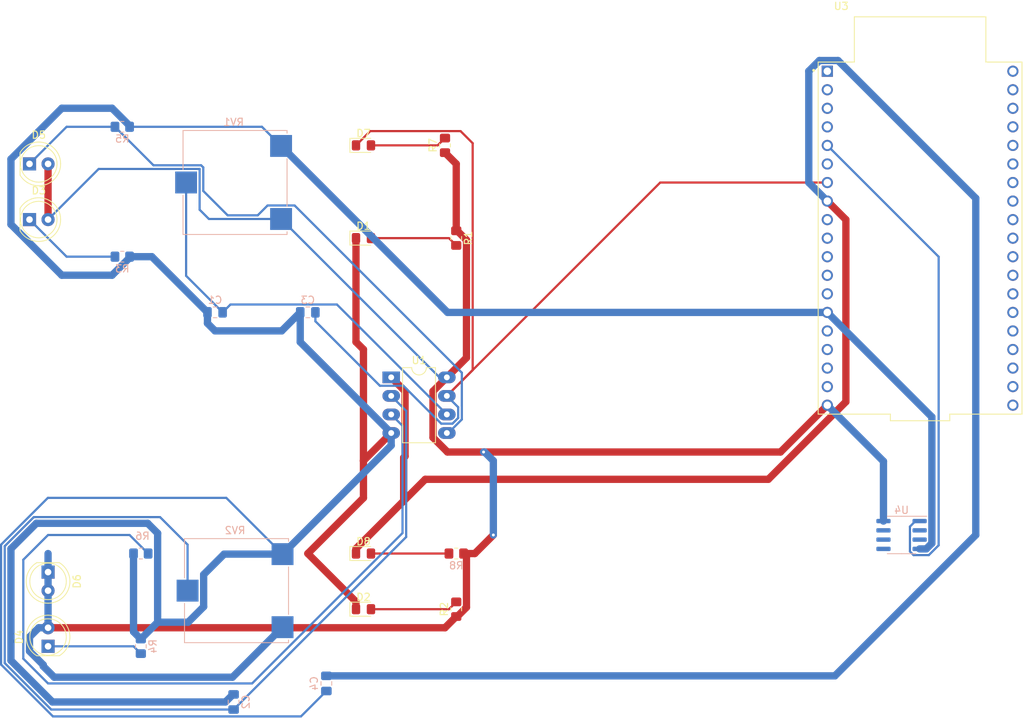
<source format=kicad_pcb>
(kicad_pcb (version 20211014) (generator pcbnew)
  (layers (0 "F.Cu" signal) (31 "B.Cu" signal) (34 "B.Paste" user) (35 "F.Paste" user) (36 "B.SilkS" user "B.Silkscreen") (37 "F.SilkS" user "F.Silkscreen") (38 "B.Mask" user) (39 "F.Mask" user) (44 "Edge.Cuts" user))
  (net 0 "")
  (net 1 "Net-(C1-Pad1)")
  (net 2 "Net-(D4-Pad2)")
  (net 3 "Net-(C2-Pad1)")
  (net 4 "Net-(C3-Pad1)")
  (net 5 "Net-(C4-Pad1)")
  (net 6 "Net-(D1-Pad2)")
  (net 7 "Net-(D2-Pad2)")
  (net 8 "Net-(D3-Pad1)")
  (net 9 "Net-(D4-Pad1)")
  (net 10 "Net-(D5-Pad1)")
  (net 11 "Net-(D6-Pad1)")
  (net 12 "Net-(D7-Pad2)")
  (net 13 "Net-(D8-Pad2)")
  (net 18 "Net-(U3-Pad5)")
  (net 53 "Net-(C1-Pad2)")
  (footprint "LED_THT:LED_D5.0mm" (layer "F.Cu") (at 20.32 111.76 90)
    (fp_text reference "D4" (at 1.27 -3.96 90) (layer "F.SilkS"))
    (fp_text value "IR TX")
    (fp_line (start -1.29 -1.545) (end -1.29 1.545) (layer "F.SilkS") (width 0.12))
    (fp_arc (start 4.26 -0.000462) (mid 2.072002 2.880433) (end -1.29 1.54483) (layer "F.SilkS") (width 0.12))
    (fp_arc (start -1.29 -1.54483) (mid 2.072002 -2.880433) (end 4.26 0.000462) (layer "F.SilkS") (width 0.12))
    (fp_circle (center 1.27 0) (end 3.77 0) (layer "F.SilkS") (width 0.12) (fill none))
    (pad "1" thru_hole rect (at 0 0 90) (size 1.8 1.8) (drill 0.9) (layers *.Cu *.Mask) (net 9 "Net-(D4-Pad1)"))
    (pad "2" thru_hole circle (at 2.54 0 90) (size 1.8 1.8) (drill 0.9) (layers *.Cu *.Mask) (net 2 "Net-(D4-Pad2)"))
  )
  (footprint "LED_SMD:LED_0805_2012Metric_Pad1.15x1.40mm_HandSolder" (layer "F.Cu") (at 63.5 43.18)
    (fp_text reference "D7" (at 0 -1.65) (layer "F.SilkS"))
    (fp_text value "Detection LED")
    (fp_line (start 1 -0.96) (end -1.86 -0.96) (layer "F.SilkS") (width 0.12))
    (fp_line (start -1.86 0.96) (end 1 0.96) (layer "F.SilkS") (width 0.12))
    (fp_line (start -1.86 -0.96) (end -1.86 0.96) (layer "F.SilkS") (width 0.12))
    (pad "1" smd roundrect (at -1.025 0) (size 1.15 1.4) (layers "F.Cu" "F.Paste" "F.Mask") (roundrect_rratio 0.217391) (net 4 "Net-(C3-Pad1)"))
    (pad "2" smd roundrect (at 1.025 0) (size 1.15 1.4) (layers "F.Cu" "F.Paste" "F.Mask") (roundrect_rratio 0.217391) (net 12 "Net-(D7-Pad2)"))
  )
  (footprint "Resistor_SMD:R_0805_2012Metric_Pad1.20x1.40mm_HandSolder" (layer "F.Cu") (at 76.2 55.88 -90)
    (fp_text reference "R1" (at 0 -1.65 90) (layer "F.SilkS"))
    (fp_text value "1k")
    (fp_line (start -0.227064 0.735) (end 0.227064 0.735) (layer "F.SilkS") (width 0.12))
    (fp_line (start -0.227064 -0.735) (end 0.227064 -0.735) (layer "F.SilkS") (width 0.12))
    (pad "1" smd roundrect (at -1 0 270) (size 1.2 1.4) (layers "F.Cu" "F.Paste" "F.Mask") (roundrect_rratio 0.208333) (net 2 "Net-(D4-Pad2)"))
    (pad "2" smd roundrect (at 1 0 270) (size 1.2 1.4) (layers "F.Cu" "F.Paste" "F.Mask") (roundrect_rratio 0.208333) (net 6 "Net-(D1-Pad2)"))
  )
  (footprint "LED_SMD:LED_0805_2012Metric_Pad1.15x1.40mm_HandSolder" (layer "F.Cu") (at 63.5 55.88)
    (fp_text reference "D1" (at 0 -1.65) (layer "F.SilkS"))
    (fp_text value "POWER LED")
    (fp_line (start 1 -0.96) (end -1.86 -0.96) (layer "F.SilkS") (width 0.12))
    (fp_line (start -1.86 0.96) (end 1 0.96) (layer "F.SilkS") (width 0.12))
    (fp_line (start -1.86 -0.96) (end -1.86 0.96) (layer "F.SilkS") (width 0.12))
    (pad "1" smd roundrect (at -1.025 0) (size 1.15 1.4) (layers "F.Cu" "F.Paste" "F.Mask") (roundrect_rratio 0.217391) (net 53 "Net-(C1-Pad2)"))
    (pad "2" smd roundrect (at 1.025 0) (size 1.15 1.4) (layers "F.Cu" "F.Paste" "F.Mask") (roundrect_rratio 0.217391) (net 6 "Net-(D1-Pad2)"))
  )
  (footprint "esp2:MODULE_ESP32-DEVKITC" (layer "F.Cu") (at 139.7 55.88)
    (fp_text reference "U3" (at -10.795 -31.75) (layer "F.SilkS"))
    (fp_text value "ESP32-DEVKITC")
    (fp_line (start 4.06 24.1) (end 13.95 24.1) (layer "F.SilkS") (width 0.127))
    (fp_line (start -9 -30.3) (end 9 -30.3) (layer "F.SilkS") (width 0.127))
    (fp_line (start -9 -24.1) (end -13.95 -24.1) (layer "F.SilkS") (width 0.127))
    (fp_line (start -4.07 24.1) (end -4.07 25) (layer "F.SilkS") (width 0.127))
    (fp_line (start 13.95 24.1) (end 13.95 -24.1) (layer "F.SilkS") (width 0.127))
    (fp_line (start -4.07 25) (end 4.06 25) (layer "F.SilkS") (width 0.127))
    (fp_line (start 13.95 -24.1) (end 9 -24.1) (layer "F.SilkS") (width 0.127))
    (fp_line (start 9 -30.3) (end 9 -24.1) (layer "F.SilkS") (width 0.127))
    (fp_line (start -9 -24.1) (end -9 -30.3) (layer "F.SilkS") (width 0.127))
    (fp_line (start -13.95 24.1) (end -4.07 24.1) (layer "F.SilkS") (width 0.127))
    (fp_line (start -13.95 -24.1) (end -13.95 24.1) (layer "F.SilkS") (width 0.127))
    (fp_line (start 4.06 25) (end 4.06 24.1) (layer "F.SilkS") (width 0.127))
    (fp_circle (center -14.57 -22.97) (end -14.47 -22.97) (layer "F.SilkS") (width 0.2) (fill none))
    (pad "1" thru_hole rect locked (at -12.7 -22.85) (size 1.53 1.53) (drill 1.02) (layers *.Cu *.Mask))
    (pad "2" thru_hole circle locked (at -12.7 -20.31) (size 1.53 1.53) (drill 1.02) (layers *.Cu *.Mask))
    (pad "3" thru_hole circle locked (at -12.7 -17.77) (size 1.53 1.53) (drill 1.02) (layers *.Cu *.Mask))
    (pad "4" thru_hole circle locked (at -12.7 -15.23) (size 1.53 1.53) (drill 1.02) (layers *.Cu *.Mask))
    (pad "5" thru_hole circle locked (at -12.7 -12.69) (size 1.53 1.53) (drill 1.02) (layers *.Cu *.Mask) (net 18 "Net-(U3-Pad5)"))
    (pad "6" thru_hole circle locked (at -12.7 -10.15) (size 1.53 1.53) (drill 1.02) (layers *.Cu *.Mask))
    (pad "7" thru_hole circle locked (at -12.7 -7.61) (size 1.53 1.53) (drill 1.02) (layers *.Cu *.Mask) (net 4 "Net-(C3-Pad1)"))
    (pad "8" thru_hole circle locked (at -12.7 -5.07) (size 1.53 1.53) (drill 1.02) (layers *.Cu *.Mask) (net 5 "Net-(C4-Pad1)"))
    (pad "9" thru_hole circle locked (at -12.7 -2.53) (size 1.53 1.53) (drill 1.02) (layers *.Cu *.Mask))
    (pad "10" thru_hole circle locked (at -12.7 0.01) (size 1.53 1.53) (drill 1.02) (layers *.Cu *.Mask))
    (pad "11" thru_hole circle locked (at -12.7 2.55) (size 1.53 1.53) (drill 1.02) (layers *.Cu *.Mask))
    (pad "12" thru_hole circle locked (at -12.7 5.09) (size 1.53 1.53) (drill 1.02) (layers *.Cu *.Mask))
    (pad "13" thru_hole circle locked (at -12.7 7.63) (size 1.53 1.53) (drill 1.02) (layers *.Cu *.Mask))
    (pad "14" thru_hole circle locked (at -12.7 10.17) (size 1.53 1.53) (drill 1.02) (layers *.Cu *.Mask) (net 53 "Net-(C1-Pad2)"))
    (pad "15" thru_hole circle locked (at -12.7 12.71) (size 1.53 1.53) (drill 1.02) (layers *.Cu *.Mask))
    (pad "16" thru_hole circle locked (at -12.7 15.25) (size 1.53 1.53) (drill 1.02) (layers *.Cu *.Mask))
    (pad "17" thru_hole circle locked (at -12.7 17.79) (size 1.53 1.53) (drill 1.02) (layers *.Cu *.Mask))
    (pad "18" thru_hole circle locked (at -12.7 20.33) (size 1.53 1.53) (drill 1.02) (layers *.Cu *.Mask))
    (pad "19" thru_hole circle locked (at -12.7 22.87) (size 1.53 1.53) (drill 1.02) (layers *.Cu *.Mask) (net 2 "Net-(D4-Pad2)"))
    (pad "20" thru_hole circle locked (at 12.7 22.87) (size 1.53 1.53) (drill 1.02) (layers *.Cu *.Mask))
    (pad "21" thru_hole circle locked (at 12.7 20.33) (size 1.53 1.53) (drill 1.02) (layers *.Cu *.Mask))
    (pad "22" thru_hole circle locked (at 12.7 17.79) (size 1.53 1.53) (drill 1.02) (layers *.Cu *.Mask))
    (pad "23" thru_hole circle locked (at 12.7 15.25) (size 1.53 1.53) (drill 1.02) (layers *.Cu *.Mask))
    (pad "24" thru_hole circle locked (at 12.7 12.71) (size 1.53 1.53) (drill 1.02) (layers *.Cu *.Mask))
    (pad "25" thru_hole circle locked (at 12.7 10.17) (size 1.53 1.53) (drill 1.02) (layers *.Cu *.Mask))
    (pad "26" thru_hole circle locked (at 12.7 7.63) (size 1.53 1.53) (drill 1.02) (layers *.Cu *.Mask))
    (pad "27" thru_hole circle locked (at 12.7 5.09) (size 1.53 1.53) (drill 1.02) (layers *.Cu *.Mask))
    (pad "28" thru_hole circle locked (at 12.7 2.55) (size 1.53 1.53) (drill 1.02) (layers *.Cu *.Mask))
    (pad "29" thru_hole circle locked (at 12.7 0.01) (size 1.53 1.53) (drill 1.02) (layers *.Cu *.Mask))
    (pad "30" thru_hole circle locked (at 12.7 -2.53) (size 1.53 1.53) (drill 1.02) (layers *.Cu *.Mask))
    (pad "31" thru_hole circle locked (at 12.7 -5.07) (size 1.53 1.53) (drill 1.02) (layers *.Cu *.Mask))
    (pad "32" thru_hole circle locked (at 12.7 -7.61) (size 1.53 1.53) (drill 1.02) (layers *.Cu *.Mask))
    (pad "33" thru_hole circle locked (at 12.7 -10.15) (size 1.53 1.53) (drill 1.02) (layers *.Cu *.Mask))
    (pad "34" thru_hole circle locked (at 12.7 -12.69) (size 1.53 1.53) (drill 1.02) (layers *.Cu *.Mask))
    (pad "35" thru_hole circle locked (at 12.7 -15.23) (size 1.53 1.53) (drill 1.02) (layers *.Cu *.Mask))
    (pad "36" thru_hole circle locked (at 12.7 -17.77) (size 1.53 1.53) (drill 1.02) (layers *.Cu *.Mask))
    (pad "37" thru_hole circle locked (at 12.7 -20.31) (size 1.53 1.53) (drill 1.02) (layers *.Cu *.Mask))
    (pad "38" thru_hole circle locked (at 12.7 -22.85) (size 1.53 1.53) (drill 1.02) (layers *.Cu *.Mask))
  )
  (footprint "Resistor_SMD:R_0805_2012Metric_Pad1.20x1.40mm_HandSolder" (layer "F.Cu") (at 76.2 106.68 90)
    (fp_text reference "R2" (at 0 -1.65 90) (layer "F.SilkS"))
    (fp_text value "1k")
    (fp_line (start -0.227064 -0.735) (end 0.227064 -0.735) (layer "F.SilkS") (width 0.12))
    (fp_line (start -0.227064 0.735) (end 0.227064 0.735) (layer "F.SilkS") (width 0.12))
    (pad "1" smd roundrect (at -1 0 90) (size 1.2 1.4) (layers "F.Cu" "F.Paste" "F.Mask") (roundrect_rratio 0.208333) (net 2 "Net-(D4-Pad2)"))
    (pad "2" smd roundrect (at 1 0 90) (size 1.2 1.4) (layers "F.Cu" "F.Paste" "F.Mask") (roundrect_rratio 0.208333) (net 7 "Net-(D2-Pad2)"))
  )
  (footprint "LED_SMD:LED_0805_2012Metric_Pad1.15x1.40mm_HandSolder" (layer "F.Cu") (at 63.5 99.06)
    (fp_text reference "D8" (at 0 -1.65) (layer "F.SilkS"))
    (fp_text value "Detection LED")
    (fp_line (start -1.86 -0.96) (end -1.86 0.96) (layer "F.SilkS") (width 0.12))
    (fp_line (start 1 -0.96) (end -1.86 -0.96) (layer "F.SilkS") (width 0.12))
    (fp_line (start -1.86 0.96) (end 1 0.96) (layer "F.SilkS") (width 0.12))
    (pad "1" smd roundrect (at -1.025 0) (size 1.15 1.4) (layers "F.Cu" "F.Paste" "F.Mask") (roundrect_rratio 0.217391) (net 5 "Net-(C4-Pad1)"))
    (pad "2" smd roundrect (at 1.025 0) (size 1.15 1.4) (layers "F.Cu" "F.Paste" "F.Mask") (roundrect_rratio 0.217391) (net 13 "Net-(D8-Pad2)"))
  )
  (footprint "LED_THT:LED_D5.0mm" (layer "F.Cu") (at 17.78 53.34)
    (fp_text reference "D3" (at 1.27 -3.96) (layer "F.SilkS"))
    (fp_text value "IR TX")
    (fp_line (start -1.29 -1.545) (end -1.29 1.545) (layer "F.SilkS") (width 0.12))
    (fp_arc (start -1.29 -1.54483) (mid 2.072002 -2.880433) (end 4.26 0.000462) (layer "F.SilkS") (width 0.12))
    (fp_arc (start 4.26 -0.000462) (mid 2.072002 2.880433) (end -1.29 1.54483) (layer "F.SilkS") (width 0.12))
    (fp_circle (center 1.27 0) (end 3.77 0) (layer "F.SilkS") (width 0.12) (fill none))
    (pad "1" thru_hole rect (at 0 0) (size 1.8 1.8) (drill 0.9) (layers *.Cu *.Mask) (net 8 "Net-(D3-Pad1)"))
    (pad "2" thru_hole circle (at 2.54 0) (size 1.8 1.8) (drill 0.9) (layers *.Cu *.Mask) (net 2 "Net-(D4-Pad2)"))
  )
  (footprint "Resistor_SMD:R_0805_2012Metric_Pad1.20x1.40mm_HandSolder" (layer "F.Cu") (at 76.2 99.06 180)
    (fp_text reference "R8" (at 0 -1.65) (layer "B.SilkS") (effects (justify mirror)))
    (fp_text value "1k")
    (fp_line (start -0.227064 -0.735) (end 0.227064 -0.735) (layer "F.SilkS") (width 0.12))
    (fp_line (start -0.227064 0.735) (end 0.227064 0.735) (layer "F.SilkS") (width 0.12))
    (pad "1" smd roundrect (at -1 0 180) (size 1.2 1.4) (layers "F.Cu" "F.Paste" "F.Mask") (roundrect_rratio 0.208333) (net 2 "Net-(D4-Pad2)"))
    (pad "2" smd roundrect (at 1 0 180) (size 1.2 1.4) (layers "F.Cu" "F.Paste" "F.Mask") (roundrect_rratio 0.208333) (net 13 "Net-(D8-Pad2)"))
  )
  (footprint "LED_THT:LED_D5.0mm" (layer "F.Cu") (at 17.78 45.72)
    (fp_text reference "D5" (at 1.27 -3.96) (layer "F.SilkS"))
    (fp_text value "IR RX")
    (fp_line (start -1.29 -1.545) (end -1.29 1.545) (layer "F.SilkS") (width 0.12))
    (fp_arc (start -1.29 -1.54483) (mid 2.072002 -2.880433) (end 4.26 0.000462) (layer "F.SilkS") (width 0.12))
    (fp_arc (start 4.26 -0.000462) (mid 2.072002 2.880433) (end -1.29 1.54483) (layer "F.SilkS") (width 0.12))
    (fp_circle (center 1.27 0) (end 3.77 0) (layer "F.SilkS") (width 0.12) (fill none))
    (pad "1" thru_hole rect (at 0 0) (size 1.8 1.8) (drill 0.9) (layers *.Cu *.Mask) (net 10 "Net-(D5-Pad1)"))
    (pad "2" thru_hole circle (at 2.54 0) (size 1.8 1.8) (drill 0.9) (layers *.Cu *.Mask) (net 2 "Net-(D4-Pad2)"))
  )
  (footprint "Resistor_SMD:R_0805_2012Metric_Pad1.20x1.40mm_HandSolder" (layer "F.Cu") (at 74.66 43.18 90)
    (fp_text reference "R7" (at 0 -1.65 90) (layer "F.SilkS"))
    (fp_text value "1k")
    (fp_line (start -0.227064 0.735) (end 0.227064 0.735) (layer "F.SilkS") (width 0.12))
    (fp_line (start -0.227064 -0.735) (end 0.227064 -0.735) (layer "F.SilkS") (width 0.12))
    (pad "1" smd roundrect (at -1 0 90) (size 1.2 1.4) (layers "F.Cu" "F.Paste" "F.Mask") (roundrect_rratio 0.208333) (net 2 "Net-(D4-Pad2)"))
    (pad "2" smd roundrect (at 1 0 90) (size 1.2 1.4) (layers "F.Cu" "F.Paste" "F.Mask") (roundrect_rratio 0.208333) (net 12 "Net-(D7-Pad2)"))
  )
  (footprint "LED_SMD:LED_0805_2012Metric_Pad1.15x1.40mm_HandSolder" (layer "F.Cu") (at 63.5 106.68)
    (fp_text reference "D2" (at 0 -1.65) (layer "F.SilkS"))
    (fp_text value "POWER LED")
    (fp_line (start -1.86 -0.96) (end -1.86 0.96) (layer "F.SilkS") (width 0.12))
    (fp_line (start 1 -0.96) (end -1.86 -0.96) (layer "F.SilkS") (width 0.12))
    (fp_line (start -1.86 0.96) (end 1 0.96) (layer "F.SilkS") (width 0.12))
    (pad "1" smd roundrect (at -1.025 0) (size 1.15 1.4) (layers "F.Cu" "F.Paste" "F.Mask") (roundrect_rratio 0.217391) (net 53 "Net-(C1-Pad2)"))
    (pad "2" smd roundrect (at 1.025 0) (size 1.15 1.4) (layers "F.Cu" "F.Paste" "F.Mask") (roundrect_rratio 0.217391) (net 7 "Net-(D2-Pad2)"))
  )
  (footprint "LED_THT:LED_D5.0mm" (layer "F.Cu") (at 20.32 101.6 -90)
    (fp_text reference "D6" (at 1.27 -3.96 90) (layer "F.SilkS"))
    (fp_text value "IR RX")
    (fp_line (start -1.29 -1.545) (end -1.29 1.545) (layer "F.SilkS") (width 0.12))
    (fp_arc (start 4.26 -0.000462) (mid 2.072002 2.880433) (end -1.29 1.54483) (layer "F.SilkS") (width 0.12))
    (fp_arc (start -1.29 -1.54483) (mid 2.072002 -2.880433) (end 4.26 0.000462) (layer "F.SilkS") (width 0.12))
    (fp_circle (center 1.27 0) (end 3.77 0) (layer "F.SilkS") (width 0.12) (fill none))
    (pad "1" thru_hole rect (at 0 0 270) (size 1.8 1.8) (drill 0.9) (layers *.Cu *.Mask) (net 11 "Net-(D6-Pad1)"))
    (pad "2" thru_hole circle (at 2.54 0 270) (size 1.8 1.8) (drill 0.9) (layers *.Cu *.Mask) (net 2 "Net-(D4-Pad2)"))
  )
  (footprint "Package_DIP:DIP-8_W7.62mm_LongPads" (layer "F.Cu") (at 67.295 74.94)
    (fp_text reference "U1" (at 3.81 -2.33) (layer "F.SilkS"))
    (fp_text value "LM358")
    (fp_line (start 6.06 8.95) (end 6.06 -1.33) (layer "F.SilkS") (width 0.12))
    (fp_line (start 6.06 -1.33) (end 4.81 -1.33) (layer "F.SilkS") (width 0.12))
    (fp_line (start 2.81 -1.33) (end 1.56 -1.33) (layer "F.SilkS") (width 0.12))
    (fp_line (start 1.56 -1.33) (end 1.56 8.95) (layer "F.SilkS") (width 0.12))
    (fp_line (start 1.56 8.95) (end 6.06 8.95) (layer "F.SilkS") (width 0.12))
    (fp_arc (start 4.81 -1.33) (mid 3.81 -0.33) (end 2.81 -1.33) (layer "F.SilkS") (width 0.12))
    (pad "1" thru_hole rect (at 0 0) (size 2.4 1.6) (drill 0.8) (layers *.Cu *.Mask) (net 5 "Net-(C4-Pad1)"))
    (pad "2" thru_hole oval (at 0 2.54) (size 2.4 1.6) (drill 0.8) (layers *.Cu *.Mask) (net 3 "Net-(C2-Pad1)"))
    (pad "3" thru_hole oval (at 0 5.08) (size 2.4 1.6) (drill 0.8) (layers *.Cu *.Mask) (net 11 "Net-(D6-Pad1)"))
    (pad "4" thru_hole oval (at 0 7.62) (size 2.4 1.6) (drill 0.8) (layers *.Cu *.Mask) (net 53 "Net-(C1-Pad2)"))
    (pad "5" thru_hole oval (at 7.62 7.62) (size 2.4 1.6) (drill 0.8) (layers *.Cu *.Mask) (net 10 "Net-(D5-Pad1)"))
    (pad "6" thru_hole oval (at 7.62 5.08) (size 2.4 1.6) (drill 0.8) (layers *.Cu *.Mask) (net 1 "Net-(C1-Pad1)"))
    (pad "7" thru_hole oval (at 7.62 2.54) (size 2.4 1.6) (drill 0.8) (layers *.Cu *.Mask) (net 4 "Net-(C3-Pad1)"))
    (pad "8" thru_hole oval (at 7.62 0) (size 2.4 1.6) (drill 0.8) (layers *.Cu *.Mask) (net 2 "Net-(D4-Pad2)"))
  )
  (footprint "Capacitor_SMD:C_0805_2012Metric_Pad1.18x1.45mm_HandSolder" (layer "B.Cu") (at 45.72 119.38 90)
    (fp_text reference "C2" (at 0 1.68 90) (layer "B.SilkS") (effects (justify mirror)))
    (fp_text value "0.1uF")
    (fp_line (start -0.261252 -0.735) (end 0.261252 -0.735) (layer "B.SilkS") (width 0.12))
    (fp_line (start -0.261252 0.735) (end 0.261252 0.735) (layer "B.SilkS") (width 0.12))
    (pad "1" smd roundrect (at -1.0375 0 90) (size 1.175 1.45) (layers "B.Cu" "B.Paste" "B.Mask") (roundrect_rratio 0.212766) (net 3 "Net-(C2-Pad1)"))
    (pad "2" smd roundrect (at 1.0375 0 90) (size 1.175 1.45) (layers "B.Cu" "B.Paste" "B.Mask") (roundrect_rratio 0.212766) (net 53 "Net-(C1-Pad2)"))
  )
  (footprint "Resistor_SMD:R_0805_2012Metric_Pad1.20x1.40mm_HandSolder" (layer "B.Cu") (at 33.02 99.06 180)
    (fp_text reference "R6" (at -0.227064 2.395) (layer "B.SilkS") (effects (justify mirror)))
    (fp_text value "10k")
    (fp_line (start -0.227064 -0.735) (end 0.227064 -0.735) (layer "B.SilkS") (width 0.12))
    (fp_line (start -0.227064 0.735) (end 0.227064 0.735) (layer "B.SilkS") (width 0.12))
    (pad "1" smd roundrect (at -1 0 180) (size 1.2 1.4) (layers "B.Cu" "B.Paste" "B.Mask") (roundrect_rratio 0.208333) (net 11 "Net-(D6-Pad1)"))
    (pad "2" smd roundrect (at 1 0 180) (size 1.2 1.4) (layers "B.Cu" "B.Paste" "B.Mask") (roundrect_rratio 0.208333) (net 53 "Net-(C1-Pad2)"))
  )
  (footprint "Potentiometer_SMD:Potentiometer_ACP_CA14-VSMD_Vertical_Hole" (layer "B.Cu") (at 45.72 48.26 180)
    (fp_text reference "RV1" (at 0 8.25) (layer "B.SilkS") (effects (justify mirror)))
    (fp_text value "10k")
    (fp_line (start -7.32 -6.74) (end -7.32 -7.12) (layer "B.SilkS") (width 0.12))
    (fp_line (start -7.32 7.12) (end 6.92 7.12) (layer "B.SilkS") (width 0.12))
    (fp_line (start 6.92 7.12) (end 6.92 1.74) (layer "B.SilkS") (width 0.12))
    (fp_line (start -7.32 -7.12) (end 6.92 -7.12) (layer "B.SilkS") (width 0.12))
    (fp_line (start -7.32 3.259) (end -7.32 -3.26) (layer "B.SilkS") (width 0.12))
    (fp_line (start 6.92 -1.74) (end 6.92 -7.12) (layer "B.SilkS") (width 0.12))
    (fp_line (start -7.32 7.12) (end -7.32 6.741) (layer "B.SilkS") (width 0.12))
    (pad "" np_thru_hole circle (at -0.2 0 180) (size 7 7) (drill 7) (layers *.Cu *.Mask))
    (pad "1" smd rect (at -6.5 -5 180) (size 3 3) (layers "B.Cu" "B.Paste" "B.Mask") (net 2 "Net-(D4-Pad2)"))
    (pad "2" smd rect (at 6.5 0 180) (size 3 3) (layers "B.Cu" "B.Paste" "B.Mask") (net 1 "Net-(C1-Pad1)"))
    (pad "3" smd rect (at -6.5 5 180) (size 3 3) (layers "B.Cu" "B.Paste" "B.Mask") (net 53 "Net-(C1-Pad2)"))
  )
  (footprint "Package_SO:SOIC-8_3.9x4.9mm_P1.27mm" (layer "B.Cu") (at 137.16 96.52 180)
    (fp_text reference "U4" (at 0 3.4) (layer "B.SilkS") (effects (justify mirror)))
    (fp_text value "LM35")
    (fp_line (start 0 -2.56) (end -1.95 -2.56) (layer "B.SilkS") (width 0.12))
    (fp_line (start 0 -2.56) (end 1.95 -2.56) (layer "B.SilkS") (width 0.12))
    (fp_line (start 0 2.56) (end -3.45 2.56) (layer "B.SilkS") (width 0.12))
    (fp_line (start 0 2.56) (end 1.95 2.56) (layer "B.SilkS") (width 0.12))
    (pad "1" smd roundrect (at -2.475 1.905 180) (size 1.95 0.6) (layers "B.Cu" "B.Paste" "B.Mask") (net 18 "Net-(U3-Pad5)"))
    (pad "2" smd roundrect (at -2.475 0.635 180) (size 1.95 0.6) (layers "B.Cu" "B.Paste" "B.Mask"))
    (pad "3" smd roundrect (at -2.475 -0.635 180) (size 1.95 0.6) (layers "B.Cu" "B.Paste" "B.Mask"))
    (pad "4" smd roundrect (at -2.475 -1.905 180) (size 1.95 0.6) (layers "B.Cu" "B.Paste" "B.Mask") (net 53 "Net-(C1-Pad2)"))
    (pad "5" smd roundrect (at 2.475 -1.905 180) (size 1.95 0.6) (layers "B.Cu" "B.Paste" "B.Mask"))
    (pad "6" smd roundrect (at 2.475 -0.635 180) (size 1.95 0.6) (layers "B.Cu" "B.Paste" "B.Mask"))
    (pad "7" smd roundrect (at 2.475 0.635 180) (size 1.95 0.6) (layers "B.Cu" "B.Paste" "B.Mask"))
    (pad "8" smd roundrect (at 2.475 1.905 180) (size 1.95 0.6) (layers "B.Cu" "B.Paste" "B.Mask") (net 2 "Net-(D4-Pad2)"))
  )
  (footprint "Resistor_SMD:R_0805_2012Metric_Pad1.20x1.40mm_HandSolder" (layer "B.Cu") (at 30.48 40.64)
    (fp_text reference "R5" (at 0 1.65) (layer "B.SilkS") (effects (justify mirror)))
    (fp_text value "10k")
    (fp_line (start -0.227064 -0.735) (end 0.227064 -0.735) (layer "B.SilkS") (width 0.12))
    (fp_line (start -0.227064 0.735) (end 0.227064 0.735) (layer "B.SilkS") (width 0.12))
    (pad "1" smd roundrect (at -1 0) (size 1.2 1.4) (layers "B.Cu" "B.Paste" "B.Mask") (roundrect_rratio 0.208333) (net 10 "Net-(D5-Pad1)"))
    (pad "2" smd roundrect (at 1 0) (size 1.2 1.4) (layers "B.Cu" "B.Paste" "B.Mask") (roundrect_rratio 0.208333) (net 53 "Net-(C1-Pad2)"))
  )
  (footprint "Potentiometer_SMD:Potentiometer_ACP_CA14-VSMD_Vertical_Hole" (layer "B.Cu") (at 45.92 104.14 180)
    (fp_text reference "RV2" (at 0 8.25) (layer "B.SilkS") (effects (justify mirror)))
    (fp_text value "10k")
    (fp_line (start 6.92 7.12) (end 6.92 1.74) (layer "B.SilkS") (width 0.12))
    (fp_line (start -7.32 -7.12) (end 6.92 -7.12) (layer "B.SilkS") (width 0.12))
    (fp_line (start -7.32 -6.74) (end -7.32 -7.12) (layer "B.SilkS") (width 0.12))
    (fp_line (start 6.92 -1.74) (end 6.92 -7.12) (layer "B.SilkS") (width 0.12))
    (fp_line (start -7.32 3.259) (end -7.32 -3.26) (layer "B.SilkS") (width 0.12))
    (fp_line (start -7.32 7.12) (end -7.32 6.741) (layer "B.SilkS") (width 0.12))
    (fp_line (start -7.32 7.12) (end 6.92 7.12) (layer "B.SilkS") (width 0.12))
    (pad "" np_thru_hole circle (at -0.2 0 180) (size 7 7) (drill 7) (layers *.Cu *.Mask))
    (pad "1" smd rect (at -6.5 -5 180) (size 3 3) (layers "B.Cu" "B.Paste" "B.Mask") (net 2 "Net-(D4-Pad2)"))
    (pad "2" smd rect (at 6.5 0 180) (size 3 3) (layers "B.Cu" "B.Paste" "B.Mask") (net 3 "Net-(C2-Pad1)"))
    (pad "3" smd rect (at -6.5 5 180) (size 3 3) (layers "B.Cu" "B.Paste" "B.Mask") (net 53 "Net-(C1-Pad2)"))
  )
  (footprint "Capacitor_SMD:C_0805_2012Metric_Pad1.18x1.45mm_HandSolder" (layer "B.Cu") (at 55.88 66.04 180)
    (fp_text reference "C3" (at 0 1.68) (layer "B.SilkS") (effects (justify mirror)))
    (fp_text value "0.1uF")
    (fp_line (start -0.261252 -0.735) (end 0.261252 -0.735) (layer "B.SilkS") (width 0.12))
    (fp_line (start -0.261252 0.735) (end 0.261252 0.735) (layer "B.SilkS") (width 0.12))
    (pad "1" smd roundrect (at -1.0375 0 180) (size 1.175 1.45) (layers "B.Cu" "B.Paste" "B.Mask") (roundrect_rratio 0.212766) (net 4 "Net-(C3-Pad1)"))
    (pad "2" smd roundrect (at 1.0375 0 180) (size 1.175 1.45) (layers "B.Cu" "B.Paste" "B.Mask") (roundrect_rratio 0.212766) (net 53 "Net-(C1-Pad2)"))
  )
  (footprint "Resistor_SMD:R_0805_2012Metric_Pad1.20x1.40mm_HandSolder" (layer "B.Cu") (at 33.02 111.76 90)
    (fp_text reference "R4" (at 0 1.65 90) (layer "B.SilkS") (effects (justify mirror)))
    (fp_text value "100")
    (fp_line (start -0.227064 0.735) (end 0.227064 0.735) (layer "B.SilkS") (width 0.12))
    (fp_line (start -0.227064 -0.735) (end 0.227064 -0.735) (layer "B.SilkS") (width 0.12))
    (pad "1" smd roundrect (at -1 0 90) (size 1.2 1.4) (layers "B.Cu" "B.Paste" "B.Mask") (roundrect_rratio 0.208333) (net 9 "Net-(D4-Pad1)"))
    (pad "2" smd roundrect (at 1 0 90) (size 1.2 1.4) (layers "B.Cu" "B.Paste" "B.Mask") (roundrect_rratio 0.208333) (net 53 "Net-(C1-Pad2)"))
  )
  (footprint "Capacitor_SMD:C_0805_2012Metric_Pad1.18x1.45mm_HandSolder" (layer "B.Cu") (at 58.42 116.84 -90)
    (fp_text reference "C4" (at 0 1.68 90) (layer "B.SilkS") (effects (justify mirror)))
    (fp_text value "0.1uF")
    (fp_line (start -0.261252 0.735) (end 0.261252 0.735) (layer "B.SilkS") (width 0.12))
    (fp_line (start -0.261252 -0.735) (end 0.261252 -0.735) (layer "B.SilkS") (width 0.12))
    (pad "1" smd roundrect (at -1.0375 0 270) (size 1.175 1.45) (layers "B.Cu" "B.Paste" "B.Mask") (roundrect_rratio 0.212766) (net 5 "Net-(C4-Pad1)"))
    (pad "2" smd roundrect (at 1.0375 0 270) (size 1.175 1.45) (layers "B.Cu" "B.Paste" "B.Mask") (roundrect_rratio 0.212766) (net 53 "Net-(C1-Pad2)"))
  )
  (footprint "Capacitor_SMD:C_0805_2012Metric_Pad1.18x1.45mm_HandSolder" (layer "B.Cu") (at 43.18 66.04 180)
    (fp_text reference "C1" (at 0 1.68) (layer "B.SilkS") (effects (justify mirror)))
    (fp_text value "0.1uF")
    (fp_line (start -0.261252 0.735) (end 0.261252 0.735) (layer "B.SilkS") (width 0.12))
    (fp_line (start -0.261252 -0.735) (end 0.261252 -0.735) (layer "B.SilkS") (width 0.12))
    (pad "1" smd roundrect (at -1.0375 0 180) (size 1.175 1.45) (layers "B.Cu" "B.Paste" "B.Mask") (roundrect_rratio 0.212766) (net 1 "Net-(C1-Pad1)"))
    (pad "2" smd roundrect (at 1.0375 0 180) (size 1.175 1.45) (layers "B.Cu" "B.Paste" "B.Mask") (roundrect_rratio 0.212766) (net 53 "Net-(C1-Pad2)"))
  )
  (footprint "Resistor_SMD:R_0805_2012Metric_Pad1.20x1.40mm_HandSolder" (layer "B.Cu") (at 30.48 58.42)
    (fp_text reference "R3" (at 0 1.65) (layer "B.SilkS") (effects (justify mirror)))
    (fp_text value "100")
    (fp_line (start -0.227064 0.735) (end 0.227064 0.735) (layer "B.SilkS") (width 0.12))
    (fp_line (start -0.227064 -0.735) (end 0.227064 -0.735) (layer "B.SilkS") (width 0.12))
    (pad "1" smd roundrect (at -1 0) (size 1.2 1.4) (layers "B.Cu" "B.Paste" "B.Mask") (roundrect_rratio 0.208333) (net 8 "Net-(D3-Pad1)"))
    (pad "2" smd roundrect (at 1 0) (size 1.2 1.4) (layers "B.Cu" "B.Paste" "B.Mask") (roundrect_rratio 0.208333) (net 53 "Net-(C1-Pad2)"))
  )
  (segment (start 39.22 61.0425) (end 44.2175 66.04) (width 0.3) (layer "B.Cu") (net 1))
  (segment (start 59.86048 64.96548) (end 74.915 80.02) (width 0.3) (layer "B.Cu") (net 1))
  (segment (start 39.22 48.26) (end 39.22 61.0425) (width 0.3) (layer "B.Cu") (net 1))
  (segment (start 44.2175 66.04) (end 45.29202 64.96548) (width 0.3) (layer "B.Cu") (net 1))
  (segment (start 45.29202 64.96548) (end 59.86048 64.96548) (width 0.3) (layer "B.Cu") (net 1))
  (segment (start 77.2 99.06) (end 78.74 99.06) (width 1) (layer "F.Cu") (net 2))
  (segment (start 20.32 45.72) (end 20.32 53.34) (width 1) (layer "F.Cu") (net 2))
  (segment (start 76.2 107.68) (end 74.66 109.22) (width 1) (layer "F.Cu") (net 2))
  (segment (start 77.59952 56.136696) (end 77.59952 72.25548) (width 1) (layer "F.Cu") (net 2))
  (segment (start 78.74 99.06) (end 81.28 96.52) (width 1) (layer "F.Cu") (net 2))
  (segment (start 77.59952 99.45952) (end 77.59952 106.423304) (width 1) (layer "F.Cu") (net 2))
  (segment (start 74.66 44.18) (end 76.2 45.72) (width 1) (layer "F.Cu") (net 2))
  (segment (start 74.915 74.94) (end 73.01548 76.83952) (width 1) (layer "F.Cu") (net 2))
  (segment (start 77.59952 106.423304) (end 76.342824 107.68) (width 1) (layer "F.Cu") (net 2))
  (segment (start 77.2 99.06) (end 77.59952 99.45952) (width 1) (layer "F.Cu") (net 2))
  (segment (start 77.59952 72.25548) (end 74.915 74.94) (width 1) (layer "F.Cu") (net 2))
  (segment (start 73.01548 76.83952) (end 73.01548 83.181121) (width 1) (layer "F.Cu") (net 2))
  (segment (start 76.342824 107.68) (end 76.2 107.68) (width 1) (layer "F.Cu") (net 2))
  (segment (start 76.2 54.88) (end 76.342824 54.88) (width 1) (layer "F.Cu") (net 2))
  (segment (start 74.994839 85.16048) (end 79.93952 85.16048) (width 1) (layer "F.Cu") (net 2))
  (segment (start 73.01548 83.181121) (end 74.994839 85.16048) (width 1) (layer "F.Cu") (net 2))
  (segment (start 120.58952 85.16048) (end 127 78.75) (width 1) (layer "F.Cu") (net 2))
  (segment (start 76.2 45.72) (end 76.2 54.88) (width 1) (layer "F.Cu") (net 2))
  (segment (start 76.342824 54.88) (end 77.59952 56.136696) (width 1) (layer "F.Cu") (net 2))
  (segment (start 79.93952 85.16048) (end 120.58952 85.16048) (width 1) (layer "F.Cu") (net 2))
  (segment (start 74.66 109.22) (end 20.32 109.22) (width 1) (layer "F.Cu") (net 2))
  (segment (start 77.2 99.06) (end 77.2 99.202824) (width 1) (layer "F.Cu") (net 2))
  (via (at 81.28 96.52) (size 0.8) (drill 0.4) (layers "F.Cu" "B.Cu") (net 2))
  (via (at 79.93952 85.16048) (size 0.8) (drill 0.4) (layers "F.Cu" "B.Cu") (net 2))
  (segment (start 73.9 74.94) (end 74.915 74.94) (width 0.3) (layer "B.Cu") (net 2))
  (segment (start 41.069511 51.990009) (end 42.339502 53.26) (width 0.3) (layer "B.Cu") (net 2))
  (segment (start 81.28 86.36) (end 80.08048 85.16048) (width 1) (layer "B.Cu") (net 2))
  (segment (start 19.660978 114.3) (end 19.660978 114.4846) (width 1) (layer "B.Cu") (net 2))
  (segment (start 45.568189 115.991811) (end 52.42 109.14) (width 1) (layer "B.Cu") (net 2))
  (segment (start 17.78 112.419022) (end 17.78 110.487208) (width 1) (layer "B.Cu") (net 2))
  (segment (start 41.069511 46.410489) (end 41.069511 51.990009) (width 0.3) (layer "B.Cu") (net 2))
  (segment (start 17.78 110.487208) (end 19.047208 109.22) (width 1) (layer "B.Cu") (net 2))
  (segment (start 80.08048 85.16048) (end 79.93952 85.16048) (width 1) (layer "B.Cu") (net 2))
  (segment (start 20.32 99.06) (end 20.32 109.22) (width 1) (layer "B.Cu") (net 2))
  (segment (start 52.22 53.26) (end 73.9 74.94) (width 0.3) (layer "B.Cu") (net 2))
  (segment (start 20.32 53.34) (end 27.249511 46.410489) (width 0.3) (layer "B.Cu") (net 2))
  (segment (start 134.685 94.615) (end 134.685 86.435) (width 1) (layer "B.Cu") (net 2))
  (segment (start 134.685 86.435) (end 127 78.75) (width 1) (layer "B.Cu") (net 2))
  (segment (start 19.660978 114.4846) (end 21.168189 115.991811) (width 1) (layer "B.Cu") (net 2))
  (segment (start 19.660978 114.3) (end 17.78 112.419022) (width 1) (layer "B.Cu") (net 2))
  (segment (start 42.339502 53.26) (end 52.22 53.26) (width 0.3) (layer "B.Cu") (net 2))
  (segment (start 19.047208 109.22) (end 20.32 109.22) (width 1) (layer "B.Cu") (net 2))
  (segment (start 81.28 96.52) (end 81.28 86.36) (width 1) (layer "B.Cu") (net 2))
  (segment (start 27.249511 46.410489) (end 41.069511 46.410489) (width 0.3) (layer "B.Cu") (net 2))
  (segment (start 21.168189 115.991811) (end 45.568189 115.991811) (width 1) (layer "B.Cu") (net 2))
  (segment (start 18.368607 94.070969) (end 35.650969 94.070969) (width 0.3) (layer "B.Cu") (net 3))
  (segment (start 35.650969 94.070969) (end 39.42 97.84) (width 0.3) (layer "B.Cu") (net 3))
  (segment (start 14.390481 98.049095) (end 18.368607 94.070969) (width 0.3) (layer "B.Cu") (net 3))
  (segment (start 67.295 77.48) (end 69.344039 79.529039) (width 0.3) (layer "B.Cu") (net 3))
  (segment (start 45.72 120.4175) (end 20.756799 120.4175) (width 0.3) (layer "B.Cu") (net 3))
  (segment (start 20.756799 120.4175) (end 14.390481 114.05118) (width 0.3) (layer "B.Cu") (net 3))
  (segment (start 69.344039 96.793461) (end 45.72 120.4175) (width 0.3) (layer "B.Cu") (net 3))
  (segment (start 14.390481 114.05118) (end 14.390481 98.049095) (width 0.3) (layer "B.Cu") (net 3))
  (segment (start 39.42 97.84) (end 39.42 104.14) (width 0.3) (layer "B.Cu") (net 3))
  (segment (start 69.344039 79.529039) (end 69.344039 96.793461) (width 0.3) (layer "B.Cu") (net 3))
  (segment (start 62.475 43.18) (end 64.42452 41.23048) (width 0.3) (layer "F.Cu") (net 4))
  (segment (start 78.449039 42.889039) (end 78.449039 73.945961) (width 0.3) (layer "F.Cu") (net 4))
  (segment (start 64.42452 41.23048) (end 76.79048 41.23048) (width 0.3) (layer "F.Cu") (net 4))
  (segment (start 104.125 48.27) (end 74.915 77.48) (width 0.3) (layer "F.Cu") (net 4))
  (segment (start 127 48.27) (end 104.125 48.27) (width 0.3) (layer "F.Cu") (net 4))
  (segment (start 78.449039 73.945961) (end 74.915 77.48) (width 0.3) (layer "F.Cu") (net 4))
  (segment (start 76.79048 41.23048) (end 78.449039 42.889039) (width 0.3) (layer "F.Cu") (net 4))
  (segment (start 74.149334 81.28) (end 75.680666 81.28) (width 0.3) (layer "B.Cu") (net 4))
  (segment (start 76.46452 80.496146) (end 76.46452 79.02952) (width 0.3) (layer "B.Cu") (net 4))
  (segment (start 65.745489 76.089511) (end 68.958845 76.089511) (width 0.3) (layer "B.Cu") (net 4))
  (segment (start 75.680666 81.28) (end 76.46452 80.496146) (width 0.3) (layer "B.Cu") (net 4))
  (segment (start 56.9175 66.04) (end 56.9175 67.261522) (width 0.3) (layer "B.Cu") (net 4))
  (segment (start 56.9175 67.261522) (end 65.745489 76.089511) (width 0.3) (layer "B.Cu") (net 4))
  (segment (start 76.46452 79.02952) (end 74.915 77.48) (width 0.3) (layer "B.Cu") (net 4))
  (segment (start 68.958845 76.089511) (end 74.149334 81.28) (width 0.3) (layer "B.Cu") (net 4))
  (segment (start 69.19452 76.83952) (end 69.19452 85.74548) (width 1) (layer "F.Cu") (net 5))
  (segment (start 69.19452 85.74548) (end 68.998991 85.941009) (width 1) (layer "F.Cu") (net 5))
  (segment (start 62.475 98.382982) (end 68.998991 91.858991) (width 1) (layer "F.Cu") (net 5))
  (segment (start 118.921132 88.9) (end 129.54 78.281132) (width 1) (layer "F.Cu") (net 5))
  (segment (start 68.998991 91.858991) (end 71.957982 88.9) (width 1) (layer "F.Cu") (net 5))
  (segment (start 129.54 78.281132) (end 129.54 53.35) (width 1) (layer "F.Cu") (net 5))
  (segment (start 67.295 74.94) (end 69.19452 76.83952) (width 1) (layer "F.Cu") (net 5))
  (segment (start 68.998991 85.941009) (end 68.998991 91.858991) (width 1) (layer "F.Cu") (net 5))
  (segment (start 129.54 53.35) (end 127 50.81) (width 1) (layer "F.Cu") (net 5))
  (segment (start 71.957982 88.9) (end 118.921132 88.9) (width 1) (layer "F.Cu") (net 5))
  (segment (start 62.475 99.06) (end 62.475 98.382982) (width 1) (layer "F.Cu") (net 5))
  (segment (start 128.464511 31.565489) (end 125.914511 31.565489) (width 1) (layer "B.Cu") (net 5))
  (segment (start 125.914511 31.565489) (end 124.46 33.02) (width 1) (layer "B.Cu") (net 5))
  (segment (start 147.32 96.52) (end 147.32 50.420978) (width 1) (layer "B.Cu") (net 5))
  (segment (start 147.32 50.420978) (end 128.464511 31.565489) (width 1) (layer "B.Cu") (net 5))
  (segment (start 124.46 33.02) (end 124.46 48.27) (width 1) (layer "B.Cu") (net 5))
  (segment (start 128.0375 115.8025) (end 147.32 96.52) (width 1) (layer "B.Cu") (net 5))
  (segment (start 124.46 48.27) (end 127 50.81) (width 1) (layer "B.Cu") (net 5))
  (segment (start 58.42 115.8025) (end 128.0375 115.8025) (width 1) (layer "B.Cu") (net 5))
  (segment (start 76.2 56.88) (end 75.2 55.88) (width 0.3) (layer "F.Cu") (net 6))
  (segment (start 75.2 55.88) (end 64.525 55.88) (width 0.3) (layer "F.Cu") (net 6))
  (segment (start 64.525 106.68) (end 75.2 106.68) (width 0.3) (layer "F.Cu") (net 7))
  (segment (start 75.2 106.68) (end 76.2 105.68) (width 0.3) (layer "F.Cu") (net 7))
  (segment (start 17.78 53.34) (end 22.86 58.42) (width 0.3) (layer "B.Cu") (net 8))
  (segment (start 22.86 58.42) (end 29.48 58.42) (width 0.3) (layer "B.Cu") (net 8))
  (segment (start 32.02 111.76) (end 33.02 112.76) (width 0.3) (layer "B.Cu") (net 9))
  (segment (start 20.32 111.76) (end 32.02 111.76) (width 0.3) (layer "B.Cu") (net 9))
  (segment (start 22.86 40.64) (end 29.48 40.64) (width 0.3) (layer "B.Cu") (net 10))
  (segment (start 17.78 45.72) (end 22.86 40.64) (width 0.3) (layer "B.Cu") (net 10))
  (segment (start 76.964039 80.703055) (end 75.107094 82.56) (width 0.3) (layer "B.Cu") (net 10))
  (segment (start 34.750969 45.910969) (end 41.276418 45.910969) (width 0.3) (layer "B.Cu") (net 10))
  (segment (start 41.276418 45.910969) (end 41.569031 46.203582) (width 0.3) (layer "B.Cu") (net 10))
  (segment (start 49.020498 52.76048) (end 50.370489 51.410489) (width 0.3) (layer "B.Cu") (net 10))
  (segment (start 44.905723 52.76048) (end 49.020498 52.76048) (width 0.3) (layer "B.Cu") (net 10))
  (segment (start 50.370489 51.410489) (end 54.069511 51.410489) (width 0.3) (layer "B.Cu") (net 10))
  (segment (start 29.48 40.64) (end 34.750969 45.910969) (width 0.3) (layer "B.Cu") (net 10))
  (segment (start 76.964039 74.305017) (end 76.964039 80.703055) (width 0.3) (layer "B.Cu") (net 10))
  (segment (start 54.069511 51.410489) (end 76.964039 74.305017) (width 0.3) (layer "B.Cu") (net 10))
  (segment (start 41.569031 46.203582) (end 41.569031 49.423788) (width 0.3) (layer "B.Cu") (net 10))
  (segment (start 75.107094 82.56) (end 74.915 82.56) (width 0.3) (layer "B.Cu") (net 10))
  (segment (start 41.569031 49.423788) (end 44.905723 52.76048) (width 0.3) (layer "B.Cu") (net 10))
  (segment (start 16.930481 113.450481) (end 16.930481 99.909519) (width 0.3) (layer "B.Cu") (net 11))
  (segment (start 67.295 80.02) (end 68.84452 81.56952) (width 0.3) (layer "B.Cu") (net 11))
  (segment (start 68.84452 81.56952) (end 68.84452 96.25548) (width 0.3) (layer "B.Cu") (net 11))
  (segment (start 68.84452 96.25548) (end 48.258669 116.841331) (width 0.3) (layer "B.Cu") (net 11))
  (segment (start 34.02 99.06) (end 31.48 96.52) (width 0.3) (layer "B.Cu") (net 11))
  (segment (start 31.48 96.52) (end 20.32 96.52) (width 0.3) (layer "B.Cu") (net 11))
  (segment (start 48.258669 116.841331) (end 20.321331 116.841331) (width 0.3) (layer "B.Cu") (net 11))
  (segment (start 16.930481 99.909519) (end 20.32 96.52) (width 0.3) (layer "B.Cu") (net 11))
  (segment (start 20.321331 116.841331) (end 16.930481 113.450481) (width 0.3) (layer "B.Cu") (net 11))
  (segment (start 74.66 42.18) (end 73.66 43.18) (width 0.3) (layer "F.Cu") (net 12))
  (segment (start 73.66 43.18) (end 64.525 43.18) (width 0.3) (layer "F.Cu") (net 12))
  (segment (start 75.2 99.06) (end 64.525 99.06) (width 0.3) (layer "F.Cu") (net 13))
  (segment (start 138.31048 98.781907) (end 138.31048 95.36952) (width 0.3) (layer "B.Cu") (net 18))
  (segment (start 138.31048 95.36952) (end 139.065 94.615) (width 0.3) (layer "B.Cu") (net 18))
  (segment (start 142.24 58.43) (end 142.24 97.927804) (width 0.3) (layer "B.Cu") (net 18))
  (segment (start 140.893284 99.27452) (end 138.803093 99.27452) (width 0.3) (layer "B.Cu") (net 18))
  (segment (start 142.24 97.927804) (end 140.893284 99.27452) (width 0.3) (layer "B.Cu") (net 18))
  (segment (start 138.803093 99.27452) (end 138.31048 98.781907) (width 0.3) (layer "B.Cu") (net 18))
  (segment (start 139.065 94.615) (end 139.635 94.615) (width 0.3) (layer "B.Cu") (net 18))
  (segment (start 127 43.19) (end 142.24 58.43) (width 0.3) (layer "B.Cu") (net 18))
  (segment (start 62.475 106.68) (end 62.475 105.655) (width 1) (layer "F.Cu") (net 53))
  (segment (start 63.4975 91.445) (end 63.4975 86.3575) (width 1) (layer "F.Cu") (net 53))
  (segment (start 62.475 70.095) (end 63.4975 71.1175) (width 1) (layer "F.Cu") (net 53))
  (segment (start 55.88125 99.06125) (end 63.4975 91.445) (width 1) (layer "F.Cu") (net 53))
  (segment (start 63.4975 71.1175) (end 63.4975 86.3575) (width 1) (layer "F.Cu") (net 53))
  (segment (start 63.4975 86.3575) (end 67.295 82.56) (width 1) (layer "F.Cu") (net 53))
  (segment (start 62.475 105.655) (end 55.88125 99.06125) (width 1) (layer "F.Cu") (net 53))
  (segment (start 62.475 55.88) (end 62.475 70.095) (width 1) (layer "F.Cu") (net 53))
  (segment (start 22.200978 60.96) (end 15.24 53.999022) (width 1) (layer "B.Cu") (net 53))
  (segment (start 20.987394 121.35452) (end 13.890962 114.258088) (width 0.3) (layer "B.Cu") (net 53))
  (segment (start 44.602176 119.38) (end 45.639676 118.3425) (width 1) (layer "B.Cu") (net 53))
  (segment (start 13.890962 97.842186) (end 20.293148 91.44) (width 0.3) (layer "B.Cu") (net 53))
  (segment (start 44.72 91.44) (end 52.42 99.14) (width 0.3) (layer "B.Cu") (net 53))
  (segment (start 39.498542 108.46048) (end 35.31952 108.46048) (width 1) (layer "B.Cu") (net 53))
  (segment (start 67.295 84.265) (end 52.42 99.14) (width 1) (layer "B.Cu") (net 53))
  (segment (start 67.295 82.56) (end 54.8425 70.1075) (width 1) (layer "B.Cu") (net 53))
  (segment (start 15.24 53.999022) (end 15.24 45.060978) (width 1) (layer "B.Cu") (net 53))
  (segment (start 54.94298 121.35452) (end 20.987394 121.35452) (width 0.3) (layer "B.Cu") (net 53))
  (segment (start 29.082824 60.96) (end 22.200978 60.96) (width 1) (layer "B.Cu") (net 53))
  (segment (start 22.200978 38.1) (end 29.082824 38.1) (width 1) (layer "B.Cu") (net 53))
  (segment (start 67.295 82.56) (end 67.295 84.265) (width 1) (layer "B.Cu") (net 53))
  (segment (start 32.02 99.06) (end 32.02 109.76) (width 1) (layer "B.Cu") (net 53))
  (segment (start 141.30952 80.35952) (end 127 66.05) (width 1) (layer "B.Cu") (net 53))
  (segment (start 33.960489 94.920489) (end 18.720489 94.920489) (width 1) (layer "B.Cu") (net 53))
  (segment (start 75.01 66.05) (end 52.22 43.26) (width 1) (layer "B.Cu") (net 53))
  (segment (start 54.8425 70.1075) (end 54.8425 66.04) (width 1) (layer "B.Cu") (net 53))
  (segment (start 52.42 99.14) (end 44.42 99.14) (width 1) (layer "B.Cu") (net 53))
  (segment (start 31.48 40.497176) (end 31.48 40.64) (width 1) (layer "B.Cu") (net 53))
  (segment (start 33.02 110.76) (end 35.31952 108.46048) (width 1) (layer "B.Cu") (net 53))
  (segment (start 139.635 98.425) (end 140.541402 98.425) (width 1) (layer "B.Cu") (net 53))
  (segment (start 44.42 99.14) (end 41.619511 101.940489) (width 1) (layer "B.Cu") (net 53))
  (segment (start 58.42 117.8775) (end 54.94298 121.35452) (width 0.3) (layer "B.Cu") (net 53))
  (segment (start 35.31952 108.46048) (end 35.31952 96.27952) (width 1) (layer "B.Cu") (net 53))
  (segment (start 15.24 113.699299) (end 20.920701 119.38) (width 1) (layer "B.Cu") (net 53))
  (segment (start 31.48 58.42) (end 34.5225 58.42) (width 1) (layer "B.Cu") (net 53))
  (segment (start 35.31952 96.27952) (end 33.960489 94.920489) (width 1) (layer "B.Cu") (net 53))
  (segment (start 41.619511 106.339511) (end 39.498542 108.46048) (width 1) (layer "B.Cu") (net 53))
  (segment (start 42.1425 67.5425) (end 42.1425 66.04) (width 1) (layer "B.Cu") (net 53))
  (segment (start 31.48 58.562824) (end 29.082824 60.96) (width 1) (layer "B.Cu") (net 53))
  (segment (start 140.541402 98.425) (end 141.30952 97.656882) (width 1) (layer "B.Cu") (net 53))
  (segment (start 52.22 43.26) (end 49.6 40.64) (width 0.3) (layer "B.Cu") (net 53))
  (segment (start 31.48 58.42) (end 31.48 58.562824) (width 1) (layer "B.Cu") (net 53))
  (segment (start 20.293148 91.44) (end 44.72 91.44) (width 0.3) (layer "B.Cu") (net 53))
  (segment (start 13.890962 114.258088) (end 13.890962 97.842186) (width 0.3) (layer "B.Cu") (net 53))
  (segment (start 15.24 98.400978) (end 15.24 113.699299) (width 1) (layer "B.Cu") (net 53))
  (segment (start 141.30952 97.656882) (end 141.30952 80.35952) (width 1) (layer "B.Cu") (net 53))
  (segment (start 54.8425 66.04) (end 52.3025 68.58) (width 1) (layer "B.Cu") (net 53))
  (segment (start 15.24 45.060978) (end 22.200978 38.1) (width 1) (layer "B.Cu") (net 53))
  (segment (start 18.720489 94.920489) (end 15.24 98.400978) (width 1) (layer "B.Cu") (net 53))
  (segment (start 20.920701 119.38) (end 44.602176 119.38) (width 1) (layer "B.Cu") (net 53))
  (segment (start 43.18 68.58) (end 42.1425 67.5425) (width 1) (layer "B.Cu") (net 53))
  (segment (start 49.6 40.64) (end 31.48 40.64) (width 0.3) (layer "B.Cu") (net 53))
  (segment (start 34.5225 58.42) (end 42.1425 66.04) (width 1) (layer "B.Cu") (net 53))
  (segment (start 32.02 109.76) (end 33.02 110.76) (width 1) (layer "B.Cu") (net 53))
  (segment (start 127 66.05) (end 75.01 66.05) (width 1) (layer "B.Cu") (net 53))
  (segment (start 52.3025 68.58) (end 43.18 68.58) (width 1) (layer "B.Cu") (net 53))
  (segment (start 29.082824 38.1) (end 31.48 40.497176) (width 1) (layer "B.Cu") (net 53))
  (segment (start 41.619511 101.940489) (end 41.619511 106.339511) (width 1) (layer "B.Cu") (net 53))
  (segment (start 45.639676 118.3425) (end 45.72 118.3425) (width 1) (layer "B.Cu") (net 53))
)
</source>
